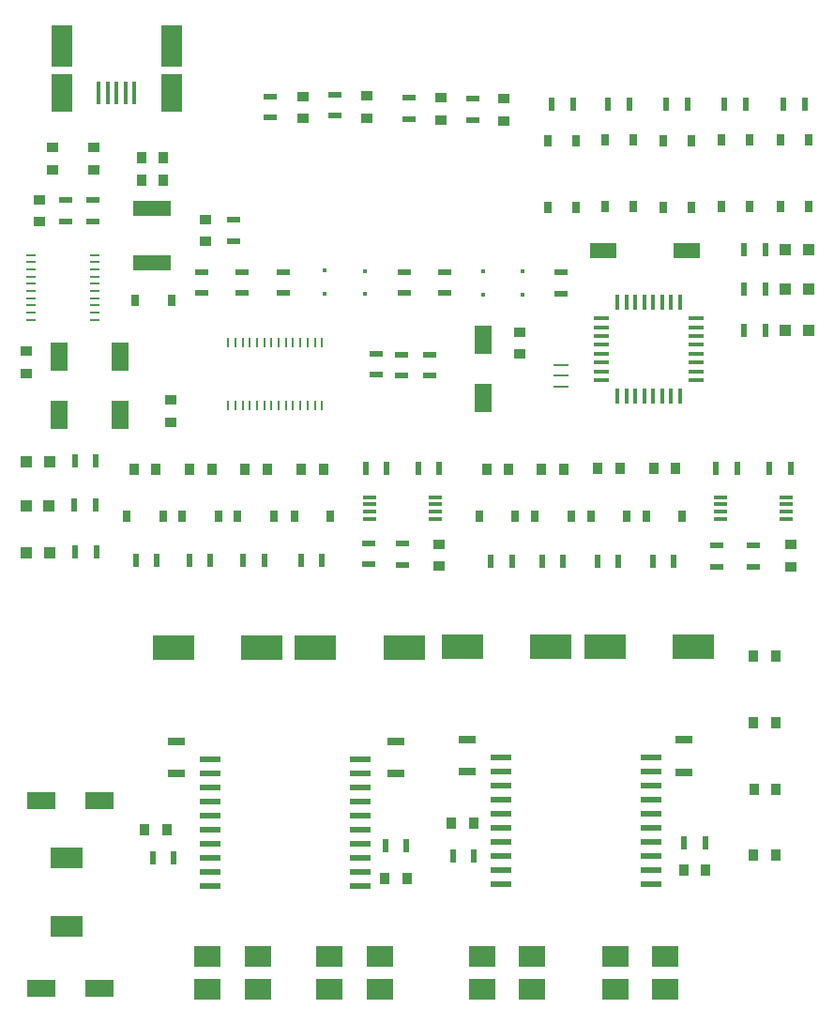
<source format=gtp>
G04 #@! TF.FileFunction,Paste,Top*
%FSLAX46Y46*%
G04 Gerber Fmt 4.6, Leading zero omitted, Abs format (unit mm)*
G04 Created by KiCad (PCBNEW 4.1.0-alpha+201608101232+7015~46~ubuntu14.04.1-product) date Fri Aug 19 12:09:27 2016*
%MOMM*%
%LPD*%
G01*
G04 APERTURE LIST*
%ADD10C,0.100000*%
%ADD11R,0.347600X2.097600*%
%ADD12R,1.897600X3.347600*%
%ADD13R,1.897600X3.847600*%
%ADD14R,0.547600X1.147600*%
%ADD15R,1.046480X1.046480*%
%ADD16R,0.247600X0.947600*%
%ADD17R,1.447600X0.397600*%
%ADD18R,0.397600X1.447600*%
%ADD19R,0.847600X1.097600*%
%ADD20R,2.847600X1.847600*%
%ADD21R,1.097600X0.847600*%
%ADD22R,0.757600X1.067600*%
%ADD23R,2.347600X1.847600*%
%ADD24R,0.297600X0.437600*%
%ADD25R,3.347600X1.447600*%
%ADD26R,1.147600X0.547600*%
%ADD27R,1.547600X0.747600*%
%ADD28R,0.847600X0.247600*%
%ADD29R,2.598420X1.648460*%
%ADD30R,1.648460X2.598420*%
%ADD31R,0.647600X1.047600*%
%ADD32R,1.447600X0.147600*%
%ADD33R,2.347600X1.447600*%
%ADD34R,1.297600X0.297600*%
%ADD35R,3.848100X2.247900*%
%ADD36R,1.847600X0.547600*%
G04 APERTURE END LIST*
D10*
D11*
X119775000Y-47125000D03*
X120575000Y-47125000D03*
X121375000Y-47125000D03*
X118975000Y-47125000D03*
X118175000Y-47125000D03*
D12*
X124700000Y-47125000D03*
X114850000Y-47125000D03*
D13*
X124700000Y-42875000D03*
X114850000Y-42875000D03*
D14*
X176430000Y-64820000D03*
X178330000Y-64820000D03*
D15*
X180130980Y-64830000D03*
X182229020Y-64830000D03*
X180141960Y-61250000D03*
X182240000Y-61250000D03*
X180140980Y-68550000D03*
X182239020Y-68550000D03*
D14*
X176430000Y-61250000D03*
X178330000Y-61250000D03*
X176430000Y-68560000D03*
X178330000Y-68560000D03*
D16*
X129855000Y-75360000D03*
X130505000Y-75360000D03*
X131155000Y-75360000D03*
X131805000Y-75360000D03*
X132455000Y-75360000D03*
X133105000Y-75360000D03*
X133755000Y-75360000D03*
X134405000Y-75360000D03*
X135055000Y-75360000D03*
X135705000Y-75360000D03*
X136355000Y-75360000D03*
X137005000Y-75360000D03*
X137655000Y-75360000D03*
X138305000Y-75360000D03*
X138305000Y-69660000D03*
X137655000Y-69660000D03*
X137005000Y-69660000D03*
X136355000Y-69660000D03*
X135705000Y-69660000D03*
X135055000Y-69660000D03*
X134405000Y-69660000D03*
X133755000Y-69660000D03*
X133105000Y-69660000D03*
X132455000Y-69660000D03*
X131805000Y-69660000D03*
X131155000Y-69660000D03*
X130505000Y-69660000D03*
X129855000Y-69660000D03*
D17*
X163550000Y-67460000D03*
X163550000Y-68260000D03*
X163550000Y-69060000D03*
X163550000Y-69860000D03*
X163550000Y-70660000D03*
X163550000Y-71460000D03*
X163550000Y-72260000D03*
X163550000Y-73060000D03*
D18*
X165000000Y-74510000D03*
X165800000Y-74510000D03*
X166600000Y-74510000D03*
X167400000Y-74510000D03*
X168200000Y-74510000D03*
X169000000Y-74510000D03*
X169800000Y-74510000D03*
X170600000Y-74510000D03*
D17*
X172050000Y-73060000D03*
X172050000Y-72260000D03*
X172050000Y-71460000D03*
X172050000Y-70660000D03*
X172050000Y-69860000D03*
X172050000Y-69060000D03*
X172050000Y-68260000D03*
X172050000Y-67460000D03*
D18*
X170600000Y-66010000D03*
X169800000Y-66010000D03*
X169000000Y-66010000D03*
X168200000Y-66010000D03*
X167400000Y-66010000D03*
X166600000Y-66010000D03*
X165800000Y-66010000D03*
X165000000Y-66010000D03*
D19*
X124310000Y-113580000D03*
X122310000Y-113580000D03*
D20*
X115300000Y-122300000D03*
X115300000Y-116100000D03*
D21*
X156170000Y-68700000D03*
X156170000Y-70700000D03*
X124630000Y-74820000D03*
X124630000Y-76820000D03*
X112825000Y-58775000D03*
X112825000Y-56775000D03*
X111590000Y-70440000D03*
X111590000Y-72440000D03*
X127825000Y-60550000D03*
X127825000Y-58550000D03*
D19*
X123340000Y-81120000D03*
X121340000Y-81120000D03*
X128340000Y-81120000D03*
X126340000Y-81120000D03*
X133340000Y-81120000D03*
X131340000Y-81120000D03*
X138440000Y-81120000D03*
X136440000Y-81120000D03*
X146000000Y-118000000D03*
X144000000Y-118000000D03*
X155160000Y-81080000D03*
X153160000Y-81080000D03*
X160110000Y-81080000D03*
X158110000Y-81080000D03*
X165190000Y-81030000D03*
X163190000Y-81030000D03*
X170230000Y-80980000D03*
X168230000Y-80980000D03*
X172950000Y-117250000D03*
X170950000Y-117250000D03*
X152000000Y-113000000D03*
X150000000Y-113000000D03*
X179230000Y-97930000D03*
X177230000Y-97930000D03*
X179270000Y-103920000D03*
X177270000Y-103920000D03*
X179300000Y-109920000D03*
X177300000Y-109920000D03*
X179250000Y-115920000D03*
X177250000Y-115920000D03*
X122000000Y-53000000D03*
X124000000Y-53000000D03*
D21*
X117710000Y-54060000D03*
X117710000Y-52060000D03*
X113960000Y-54060000D03*
X113960000Y-52060000D03*
X148900000Y-87830000D03*
X148900000Y-89830000D03*
X180590000Y-87880000D03*
X180590000Y-89880000D03*
X154680000Y-49670000D03*
X154680000Y-47670000D03*
X149040000Y-49570000D03*
X149040000Y-47570000D03*
X142390000Y-49380000D03*
X142390000Y-47380000D03*
X136580000Y-49460000D03*
X136580000Y-47460000D03*
D15*
X111581960Y-84400000D03*
X113680000Y-84400000D03*
X111620980Y-80390000D03*
X113719020Y-80390000D03*
D22*
X120705000Y-85335000D03*
X123975000Y-85335000D03*
X125705000Y-85335000D03*
X128975000Y-85335000D03*
X130705000Y-85335000D03*
X133975000Y-85335000D03*
X135805000Y-85335000D03*
X139075000Y-85335000D03*
D23*
X128000000Y-128000000D03*
X132500000Y-128000000D03*
X128000000Y-125000000D03*
X132500000Y-125000000D03*
X143500000Y-128000000D03*
X139000000Y-128000000D03*
X143500000Y-125000000D03*
X139000000Y-125000000D03*
D22*
X152475000Y-85335000D03*
X155745000Y-85335000D03*
X157520000Y-85335000D03*
X160790000Y-85335000D03*
X162570000Y-85335000D03*
X165840000Y-85335000D03*
X167570000Y-85335000D03*
X170840000Y-85335000D03*
D23*
X152750000Y-128000000D03*
X157250000Y-128000000D03*
X152750000Y-125000000D03*
X157250000Y-125000000D03*
X169300000Y-128000000D03*
X164800000Y-128000000D03*
X169300000Y-125000000D03*
X164800000Y-125000000D03*
D22*
X121440000Y-65825000D03*
X124710000Y-65825000D03*
D24*
X156430000Y-63205000D03*
X156430000Y-65315000D03*
X152890000Y-63205000D03*
X152890000Y-65315000D03*
X142160000Y-63185000D03*
X142160000Y-65295000D03*
X138560000Y-63165000D03*
X138560000Y-65275000D03*
D25*
X123000000Y-57561600D03*
X123000000Y-62438400D03*
D19*
X124000000Y-55000000D03*
X122000000Y-55000000D03*
D26*
X130325000Y-58600000D03*
X130325000Y-60500000D03*
X145520000Y-72625000D03*
X145520000Y-70725000D03*
X148020000Y-72625000D03*
X148020000Y-70725000D03*
X143170000Y-70675000D03*
X143170000Y-72575000D03*
X131090000Y-63300000D03*
X131090000Y-65200000D03*
X127415000Y-63300000D03*
X127415000Y-65200000D03*
D14*
X115965000Y-84335000D03*
X117865000Y-84335000D03*
X117905000Y-80335000D03*
X116005000Y-80335000D03*
X124950000Y-116150000D03*
X123050000Y-116150000D03*
X144050000Y-115000000D03*
X145950000Y-115000000D03*
X123410000Y-89310000D03*
X121510000Y-89310000D03*
X128215000Y-89310000D03*
X126315000Y-89310000D03*
X133115000Y-89340000D03*
X131215000Y-89340000D03*
X138315000Y-89340000D03*
X136415000Y-89340000D03*
D27*
X125130000Y-108540000D03*
X125130000Y-105640000D03*
X145000000Y-108550000D03*
X145000000Y-105650000D03*
D14*
X155435000Y-89410000D03*
X153535000Y-89410000D03*
X160055000Y-89380000D03*
X158155000Y-89380000D03*
X165055000Y-89380000D03*
X163155000Y-89380000D03*
X170055000Y-89380000D03*
X168155000Y-89380000D03*
X152000000Y-116000000D03*
X150100000Y-116000000D03*
X171000000Y-114750000D03*
X172900000Y-114750000D03*
D27*
X151450000Y-108380000D03*
X151450000Y-105480000D03*
X171000000Y-108400000D03*
X171000000Y-105500000D03*
D26*
X117650000Y-58700000D03*
X117650000Y-56800000D03*
X115170000Y-58700000D03*
X115170000Y-56800000D03*
X142490000Y-87750000D03*
X142490000Y-89650000D03*
D14*
X144160000Y-80970000D03*
X142260000Y-80970000D03*
D26*
X145590000Y-89690000D03*
X145590000Y-87790000D03*
D14*
X148890000Y-80970000D03*
X146990000Y-80970000D03*
D26*
X151880000Y-49580000D03*
X151880000Y-47680000D03*
X159900000Y-63320000D03*
X159900000Y-65220000D03*
X146160000Y-49480000D03*
X146160000Y-47580000D03*
X149340000Y-63310000D03*
X149340000Y-65210000D03*
X173940000Y-87960000D03*
X173940000Y-89860000D03*
D14*
X175760000Y-80980000D03*
X173860000Y-80980000D03*
D26*
X177210000Y-89860000D03*
X177210000Y-87960000D03*
D14*
X180600000Y-80980000D03*
X178700000Y-80980000D03*
D26*
X139510000Y-49180000D03*
X139510000Y-47280000D03*
X145710000Y-63290000D03*
X145710000Y-65190000D03*
X133650000Y-49350000D03*
X133650000Y-47450000D03*
X134830000Y-63270000D03*
X134830000Y-65170000D03*
D28*
X117800000Y-67600000D03*
X117800000Y-66950000D03*
X117800000Y-66300000D03*
X117800000Y-65650000D03*
X117800000Y-65000000D03*
X117800000Y-64350000D03*
X117800000Y-63700000D03*
X117800000Y-63050000D03*
X117800000Y-62400000D03*
X117800000Y-61750000D03*
X112000000Y-61750000D03*
X112000000Y-62400000D03*
X112000000Y-63050000D03*
X112000000Y-63700000D03*
X112000000Y-64350000D03*
X112000000Y-65000000D03*
X112000000Y-65650000D03*
X112000000Y-66300000D03*
X112000000Y-66950000D03*
X112000000Y-67600000D03*
D29*
X118223820Y-111000000D03*
X112976180Y-111000000D03*
X118223820Y-127900000D03*
X112976180Y-127900000D03*
D30*
X114610000Y-76143820D03*
X114610000Y-70896180D03*
X120110000Y-76153820D03*
X120110000Y-70906180D03*
X152870000Y-74673820D03*
X152870000Y-69426180D03*
D14*
X159060000Y-48150000D03*
X160960000Y-48150000D03*
X164130000Y-48150000D03*
X166030000Y-48150000D03*
X169390000Y-48160000D03*
X171290000Y-48160000D03*
X181880000Y-48150000D03*
X179980000Y-48150000D03*
X176550000Y-48150000D03*
X174650000Y-48150000D03*
D31*
X176920000Y-51400000D03*
X174380000Y-51400000D03*
X174380000Y-57400000D03*
X176920000Y-57400000D03*
X182210000Y-51400000D03*
X179670000Y-51400000D03*
X179670000Y-57400000D03*
X182210000Y-57400000D03*
X171605000Y-51460000D03*
X169065000Y-51460000D03*
X169065000Y-57460000D03*
X171605000Y-57460000D03*
X166380000Y-51410000D03*
X163840000Y-51410000D03*
X163840000Y-57410000D03*
X166380000Y-57410000D03*
X161250000Y-51481738D03*
X158710000Y-51481738D03*
X158710000Y-57481738D03*
X161250000Y-57481738D03*
D32*
X159880000Y-71710000D03*
X159880000Y-72660000D03*
X159880000Y-73610000D03*
D33*
X171190000Y-61360000D03*
X163690000Y-61360000D03*
D15*
X111630980Y-88580000D03*
X113729020Y-88580000D03*
D14*
X116030000Y-88550000D03*
X117930000Y-88550000D03*
D34*
X142640000Y-83610000D03*
X142640000Y-84260000D03*
X142640000Y-84910000D03*
X142640000Y-85560000D03*
X148540000Y-85560000D03*
X148540000Y-84910000D03*
X148540000Y-84260000D03*
X148540000Y-83610000D03*
X174260000Y-83610000D03*
X174260000Y-84260000D03*
X174260000Y-84910000D03*
X174260000Y-85560000D03*
X180160000Y-85560000D03*
X180160000Y-84910000D03*
X180160000Y-84260000D03*
X180160000Y-83610000D03*
D35*
X132900500Y-97145000D03*
X124899500Y-97145000D03*
X158980500Y-97105000D03*
X150979500Y-97105000D03*
X137709500Y-97190000D03*
X145710500Y-97190000D03*
X163849500Y-97130000D03*
X171850500Y-97130000D03*
D36*
X154500000Y-107110000D03*
X154500000Y-108380000D03*
X154500000Y-109650000D03*
X154500000Y-110920000D03*
X154500000Y-112190000D03*
X154500000Y-113460000D03*
X154500000Y-114730000D03*
X154500000Y-116000000D03*
X154500000Y-117270000D03*
X154500000Y-118540000D03*
X168000000Y-107110000D03*
X168000000Y-108380000D03*
X168000000Y-109650000D03*
X168000000Y-110920000D03*
X168000000Y-112190000D03*
X168000000Y-113460000D03*
X168000000Y-114730000D03*
X168000000Y-116000000D03*
X168000000Y-117270000D03*
X168000000Y-118540000D03*
X128250000Y-107285000D03*
X128250000Y-108555000D03*
X128250000Y-109825000D03*
X128250000Y-111095000D03*
X128250000Y-112365000D03*
X128250000Y-113635000D03*
X128250000Y-114905000D03*
X128250000Y-116175000D03*
X128250000Y-117445000D03*
X128250000Y-118715000D03*
X141750000Y-107285000D03*
X141750000Y-108555000D03*
X141750000Y-109825000D03*
X141750000Y-111095000D03*
X141750000Y-112365000D03*
X141750000Y-113635000D03*
X141750000Y-114905000D03*
X141750000Y-116175000D03*
X141750000Y-117445000D03*
X141750000Y-118715000D03*
M02*

</source>
